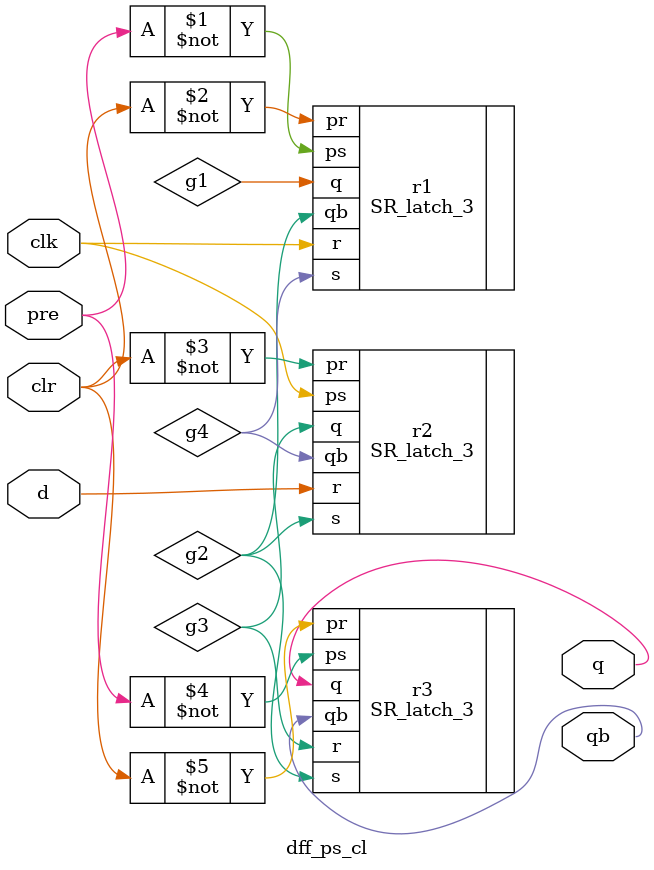
<source format=sv>
module dff_ps_cl(input clk , pre , clr , d , output q , qb);
    wire g1 , g2 , g3 , g4;

    SR_latch_3 r1(.s(g4) , .ps(~pre) , .r(clk) , .pr(~clr) , .q(g1) , .qb(g2));
    SR_latch_3 r2(.s(g2) , .ps(clk) , .r(d) , .pr(~clr) , .q(g3) , .qb(g4));
    SR_latch_3 r3(.s(g2) , .ps(~pre) , .r(g3) , .pr(~clr) , .q(q) , .qb(qb));

endmodule


</source>
